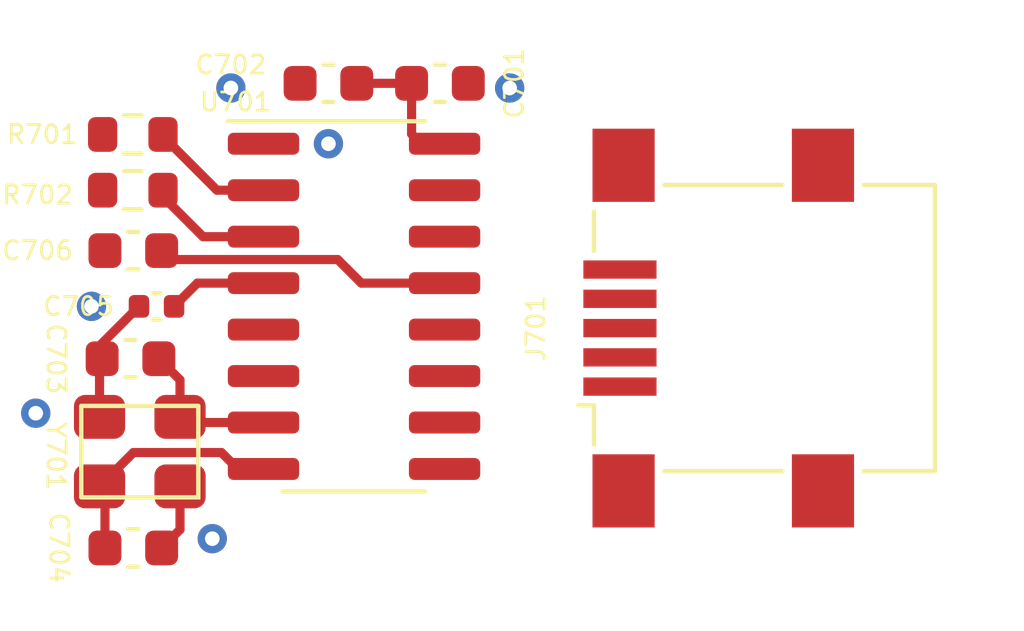
<source format=kicad_pcb>
(kicad_pcb (version 20221018) (generator pcbnew)
  (layers (0 "F.Cu" signal) (31 "B.Cu" signal) (34 "B.Paste" user) (35 "F.Paste" user) (36 "B.SilkS" user "B.Silkscreen") (37 "F.SilkS" user "F.Silkscreen") (38 "B.Mask" user) (39 "F.Mask" user) (44 "Edge.Cuts" user))
  (net 0 "")
  (net 1 "/5V")
  (net 2 "/GND")
  (net 3 "/RESET")
  (net 4 "Net-(J701-D-)")
  (net 5 "Net-(J701-D+)")
  (net 7 "/Rx")
  (net 8 "/Tx")
  (net 9 "Net-(U701-XI)")
  (net 10 "Net-(U701-XO)")
  (net 11 "Net-(U701-V3)")
  (net 12 "Net-(U701-~{DTR})")
  (net 13 "Net-(U701-TXD)")
  (net 14 "Net-(U701-RXD)")
  (footprint "custom_kicad_lib_sk:crystal_arduino" (layer "F.Cu") (at 80.391 93.853 180)
    (fp_text reference "Y701" (at 2.236 0.093 270 unlocked) (layer "F.SilkS") (effects (font (size 0.5 0.5) (thickness 0.075))))
    (fp_text value "Crystal")
    (fp_rect (start -1.65 -1.03) (end 1.55 1.47) (stroke (width 0.12)) (fill none) (layer "F.SilkS"))
    (pad "1" smd roundrect (at -1.15 1.17 180) (size 1.4 1.2) (layers "F.Cu" "F.Paste" "F.Mask") (net 9 "Net-(U701-XI)"))
    (pad "2" smd roundrect (at 1.05 1.17 180) (size 1.4 1.2) (layers "F.Cu" "F.Paste" "F.Mask") (net 2 "/GND"))
    (pad "3" smd roundrect (at 1.05 -0.73 180) (size 1.4 1.2) (layers "F.Cu" "F.Paste" "F.Mask") (net 10 "Net-(U701-XO)"))
    (pad "4" smd roundrect (at -1.15 -0.73 180) (size 1.4 1.2) (layers "F.Cu" "F.Paste" "F.Mask") (net 2 "/GND"))
  )
  (footprint "Capacitor_SMD:C_0603_1608Metric" (layer "F.Cu") (at 85.598 83.566 180)
    (fp_text reference "C702" (at 2.667 0.508 unlocked) (layer "F.SilkS") (effects (font (size 0.5 0.5) (thickness 0.075))))
    (fp_text value "100nF")
    (fp_line (start -0.14058 -0.51) (end 0.14058 -0.51) (stroke (width 0.12)) (layer "F.SilkS"))
    (fp_line (start -0.14058 0.51) (end 0.14058 0.51) (stroke (width 0.12)) (layer "F.SilkS"))
    (pad "1" smd roundrect (at -0.775 0 180) (size 0.9 0.95) (layers "F.Cu" "F.Paste" "F.Mask") (net 1 "/5V"))
    (pad "2" smd roundrect (at 0.775 0 180) (size 0.9 0.95) (layers "F.Cu" "F.Paste" "F.Mask") (net 2 "/GND"))
  )
  (footprint "Capacitor_SMD:C_0402_1005Metric" (layer "F.Cu") (at 80.899 89.662)
    (fp_text reference "C705" (at -2.131 0 unlocked) (layer "F.SilkS") (effects (font (size 0.5 0.5) (thickness 0.075))))
    (fp_text value "100nF")
    (fp_line (start -0.107836 -0.36) (end 0.107836 -0.36) (stroke (width 0.12)) (layer "F.SilkS"))
    (fp_line (start -0.107836 0.36) (end 0.107836 0.36) (stroke (width 0.12)) (layer "F.SilkS"))
    (pad "1" smd roundrect (at -0.48 0) (size 0.56 0.62) (layers "F.Cu" "F.Paste" "F.Mask") (net 2 "/GND"))
    (pad "2" smd roundrect (at 0.48 0) (size 0.56 0.62) (layers "F.Cu" "F.Paste" "F.Mask") (net 11 "Net-(U701-V3)"))
  )
  (footprint "Capacitor_SMD:C_0603_1608Metric" (layer "F.Cu") (at 80.264 88.138 180)
    (fp_text reference "C706" (at 2.617 0 unlocked) (layer "F.SilkS") (effects (font (size 0.5 0.5) (thickness 0.075))))
    (fp_text value "100nF")
    (fp_line (start -0.14058 -0.51) (end 0.14058 -0.51) (stroke (width 0.12)) (layer "F.SilkS"))
    (fp_line (start -0.14058 0.51) (end 0.14058 0.51) (stroke (width 0.12)) (layer "F.SilkS"))
    (pad "1" smd roundrect (at -0.775 0 180) (size 0.9 0.95) (layers "F.Cu" "F.Paste" "F.Mask") (net 12 "Net-(U701-~{DTR})"))
    (pad "2" smd roundrect (at 0.775 0 180) (size 0.9 0.95) (layers "F.Cu" "F.Paste" "F.Mask") (net 3 "/RESET"))
  )
  (footprint "Capacitor_SMD:C_0603_1608Metric" (layer "F.Cu") (at 80.187 91.093 180)
    (fp_text reference "C703" (at 2.032 0 270 unlocked) (layer "F.SilkS") (effects (font (size 0.5 0.5) (thickness 0.075))))
    (fp_text value "22pF")
    (fp_line (start -0.14058 -0.51) (end 0.14058 -0.51) (stroke (width 0.12)) (layer "F.SilkS"))
    (fp_line (start -0.14058 0.51) (end 0.14058 0.51) (stroke (width 0.12)) (layer "F.SilkS"))
    (pad "1" smd roundrect (at -0.775 0 180) (size 0.9 0.95) (layers "F.Cu" "F.Paste" "F.Mask") (net 9 "Net-(U701-XI)"))
    (pad "2" smd roundrect (at 0.775 0 180) (size 0.9 0.95) (layers "F.Cu" "F.Paste" "F.Mask") (net 2 "/GND"))
  )
  (footprint "Connector_USB:USB_Mini-B_Lumberg_2486_01_Horizontal" (layer "F.Cu") (at 96.266 90.256 90)
    (fp_text reference "J701" (at 0 -5 90 unlocked) (layer "F.SilkS") (effects (font (size 0.5 0.5) (thickness 0.075))))
    (fp_text value "USB_B_Mini")
    (fp_line (start -3.91 1.74) (end -3.91 -1.49) (stroke (width 0.12)) (layer "F.SilkS"))
    (fp_line (start -3.91 5.91) (end -3.91 3.96) (stroke (width 0.12)) (layer "F.SilkS"))
    (fp_line (start -3.19 -3.41) (end -2.11 -3.41) (stroke (width 0.12)) (layer "F.SilkS"))
    (fp_line (start -2.11 -3.41) (end -2.11 -3.84) (stroke (width 0.12)) (layer "F.SilkS"))
    (fp_line (start 2.11 -3.41) (end 3.19 -3.41) (stroke (width 0.12)) (layer "F.SilkS"))
    (fp_line (start 3.91 1.74) (end 3.91 -1.49) (stroke (width 0.12)) (layer "F.SilkS"))
    (fp_line (start 3.91 5.91) (end -3.91 5.91) (stroke (width 0.12)) (layer "F.SilkS"))
    (fp_line (start 3.91 5.91) (end 3.91 3.96) (stroke (width 0.12)) (layer "F.SilkS"))
    (pad "" np_thru_hole circle (at -2.2 0 90) (size 1 1) (drill 1) (layers "*.Cu" "*.Mask"))
    (pad "" np_thru_hole circle (at 2.2 0 90) (size 1 1) (drill 1) (layers "*.Cu" "*.Mask"))
    (pad "1" smd rect (at -1.6 -2.7 90) (size 0.5 2) (layers "F.Cu" "F.Paste" "F.Mask") (net 1 "/5V"))
    (pad "2" smd rect (at -0.8 -2.7 90) (size 0.5 2) (layers "F.Cu" "F.Paste" "F.Mask") (net 4 "Net-(J701-D-)"))
    (pad "3" smd rect (at 0 -2.7 90) (size 0.5 2) (layers "F.Cu" "F.Paste" "F.Mask") (net 5 "Net-(J701-D+)"))
    (pad "4" smd rect (at 0.8 -2.7 90) (size 0.5 2) (layers "F.Cu" "F.Paste" "F.Mask"))
    (pad "5" smd rect (at 1.6 -2.7 90) (size 0.5 2) (layers "F.Cu" "F.Paste" "F.Mask") (net 2 "/GND"))
    (pad "6" smd rect (at -4.45 -2.6 90) (size 2 1.7) (layers "F.Cu" "F.Paste" "F.Mask") (net 2 "/GND"))
    (pad "6" smd rect (at -4.45 2.85 90) (size 2 1.7) (layers "F.Cu" "F.Paste" "F.Mask") (net 2 "/GND"))
    (pad "6" smd rect (at 4.45 -2.6 90) (size 2 1.7) (layers "F.Cu" "F.Paste" "F.Mask") (net 2 "/GND"))
    (pad "6" smd rect (at 4.45 2.85 90) (size 2 1.7) (layers "F.Cu" "F.Paste" "F.Mask") (net 2 "/GND"))
  )
  (footprint "Capacitor_SMD:C_0603_1608Metric" (layer "F.Cu") (at 88.646 83.566)
    (fp_text reference "C701" (at 2.032 0 90 unlocked) (layer "F.SilkS") (effects (font (size 0.5 0.5) (thickness 0.075))))
    (fp_text value "10uF")
    (fp_line (start -0.14058 -0.51) (end 0.14058 -0.51) (stroke (width 0.12)) (layer "F.SilkS"))
    (fp_line (start -0.14058 0.51) (end 0.14058 0.51) (stroke (width 0.12)) (layer "F.SilkS"))
    (pad "1" smd roundrect (at -0.775 0) (size 0.9 0.95) (layers "F.Cu" "F.Paste" "F.Mask") (net 1 "/5V"))
    (pad "2" smd roundrect (at 0.775 0) (size 0.9 0.95) (layers "F.Cu" "F.Paste" "F.Mask") (net 2 "/GND"))
  )
  (footprint "Resistor_SMD:R_0603_1608Metric" (layer "F.Cu") (at 80.251 86.487)
    (fp_text reference "R702" (at -2.604 0.127 unlocked) (layer "F.SilkS") (effects (font (size 0.5 0.5) (thickness 0.075))))
    (fp_text value "1k")
    (fp_line (start -0.237258 -0.5225) (end 0.237258 -0.5225) (stroke (width 0.12)) (layer "F.SilkS"))
    (fp_line (start -0.237258 0.5225) (end 0.237258 0.5225) (stroke (width 0.12)) (layer "F.SilkS"))
    (pad "1" smd roundrect (at -0.825 0) (size 0.8 0.95) (layers "F.Cu" "F.Paste" "F.Mask") (net 8 "/Tx"))
    (pad "2" smd roundrect (at 0.825 0) (size 0.8 0.95) (layers "F.Cu" "F.Paste" "F.Mask") (net 14 "Net-(U701-RXD)"))
  )
  (footprint "Resistor_SMD:R_0603_1608Metric" (layer "F.Cu") (at 80.251 84.963 180)
    (fp_text reference "R701" (at 2.477 0 unlocked) (layer "F.SilkS") (effects (font (size 0.5 0.5) (thickness 0.075))))
    (fp_text value "1k")
    (fp_line (start -0.237258 -0.5225) (end 0.237258 -0.5225) (stroke (width 0.12)) (layer "F.SilkS"))
    (fp_line (start -0.237258 0.5225) (end 0.237258 0.5225) (stroke (width 0.12)) (layer "F.SilkS"))
    (pad "1" smd roundrect (at -0.825 0 180) (size 0.8 0.95) (layers "F.Cu" "F.Paste" "F.Mask") (net 13 "Net-(U701-TXD)"))
    (pad "2" smd roundrect (at 0.825 0 180) (size 0.8 0.95) (layers "F.Cu" "F.Paste" "F.Mask") (net 7 "/Rx"))
  )
  (footprint "Package_SO:SOIC-16_3.9x9.9mm_P1.27mm" (layer "F.Cu") (at 86.298 89.662)
    (fp_text reference "U701" (at -3.24 -5.588 unlocked) (layer "F.SilkS") (effects (font (size 0.5 0.5) (thickness 0.075))))
    (fp_text value "CH340G")
    (fp_line (start 0 -5.06) (end -3.45 -5.06) (stroke (width 0.12)) (layer "F.SilkS"))
    (fp_line (start 0 -5.06) (end 1.95 -5.06) (stroke (width 0.12)) (layer "F.SilkS"))
    (fp_line (start 0 5.06) (end -1.95 5.06) (stroke (width 0.12)) (layer "F.SilkS"))
    (fp_line (start 0 5.06) (end 1.95 5.06) (stroke (width 0.12)) (layer "F.SilkS"))
    (pad "1" smd roundrect (at -2.475 -4.445) (size 1.95 0.6) (layers "F.Cu" "F.Paste" "F.Mask") (net 2 "/GND"))
    (pad "2" smd roundrect (at -2.475 -3.175) (size 1.95 0.6) (layers "F.Cu" "F.Paste" "F.Mask") (net 13 "Net-(U701-TXD)"))
    (pad "3" smd roundrect (at -2.475 -1.905) (size 1.95 0.6) (layers "F.Cu" "F.Paste" "F.Mask") (net 14 "Net-(U701-RXD)"))
    (pad "4" smd roundrect (at -2.475 -0.635) (size 1.95 0.6) (layers "F.Cu" "F.Paste" "F.Mask") (net 11 "Net-(U701-V3)"))
    (pad "5" smd roundrect (at -2.475 0.635) (size 1.95 0.6) (layers "F.Cu" "F.Paste" "F.Mask") (net 5 "Net-(J701-D+)"))
    (pad "6" smd roundrect (at -2.475 1.905) (size 1.95 0.6) (layers "F.Cu" "F.Paste" "F.Mask") (net 4 "Net-(J701-D-)"))
    (pad "7" smd roundrect (at -2.475 3.175) (size 1.95 0.6) (layers "F.Cu" "F.Paste" "F.Mask") (net 9 "Net-(U701-XI)"))
    (pad "8" smd roundrect (at -2.475 4.445) (size 1.95 0.6) (layers "F.Cu" "F.Paste" "F.Mask") (net 10 "Net-(U701-XO)"))
    (pad "9" smd roundrect (at 2.475 4.445) (size 1.95 0.6) (layers "F.Cu" "F.Paste" "F.Mask"))
    (pad "10" smd roundrect (at 2.475 3.175) (size 1.95 0.6) (layers "F.Cu" "F.Paste" "F.Mask"))
    (pad "11" smd roundrect (at 2.475 1.905) (size 1.95 0.6) (layers "F.Cu" "F.Paste" "F.Mask"))
    (pad "12" smd roundrect (at 2.475 0.635) (size 1.95 0.6) (layers "F.Cu" "F.Paste" "F.Mask"))
    (pad "13" smd roundrect (at 2.475 -0.635) (size 1.95 0.6) (layers "F.Cu" "F.Paste" "F.Mask") (net 12 "Net-(U701-~{DTR})"))
    (pad "14" smd roundrect (at 2.475 -1.905) (size 1.95 0.6) (layers "F.Cu" "F.Paste" "F.Mask"))
    (pad "15" smd roundrect (at 2.475 -3.175) (size 1.95 0.6) (layers "F.Cu" "F.Paste" "F.Mask"))
    (pad "16" smd roundrect (at 2.475 -4.445) (size 1.95 0.6) (layers "F.Cu" "F.Paste" "F.Mask") (net 1 "/5V"))
  )
  (footprint "Capacitor_SMD:C_0603_1608Metric" (layer "F.Cu") (at 80.264 96.266)
    (fp_text reference "C704" (at -2.032 0 -90 unlocked) (layer "F.SilkS") (effects (font (size 0.5 0.5) (thickness 0.075))))
    (fp_text value "22pF")
    (fp_line (start -0.14058 -0.51) (end 0.14058 -0.51) (stroke (width 0.12)) (layer "F.SilkS"))
    (fp_line (start -0.14058 0.51) (end 0.14058 0.51) (stroke (width 0.12)) (layer "F.SilkS"))
    (pad "1" smd roundrect (at -0.775 0) (size 0.9 0.95) (layers "F.Cu" "F.Paste" "F.Mask") (net 10 "Net-(U701-XO)"))
    (pad "2" smd roundrect (at 0.775 0) (size 0.9 0.95) (layers "F.Cu" "F.Paste" "F.Mask") (net 2 "/GND"))
  )
  (via (at 82.423 96.012) (size 0.8) (drill 0.4) (layers "F.Cu" "B.Cu") (net 0))
  (via (at 90.551 83.693) (size 0.8) (drill 0.4) (layers "F.Cu" "B.Cu") (net 0))
  (via (at 85.598 85.217) (size 0.8) (drill 0.4) (layers "F.Cu" "B.Cu") (net 0))
  (via (at 79.121 89.662) (size 0.8) (drill 0.4) (layers "F.Cu" "B.Cu") (net 0))
  (via (at 77.597 92.583) (size 0.8) (drill 0.4) (layers "F.Cu" "B.Cu") (net 0))
  (segment (start 88.773 85.217) (end 88.138 85.217) (width 0.25) (layer "F.Cu") (net 1))
  (segment (start 88.138 85.217) (end 87.871 84.95) (width 0.25) (layer "F.Cu") (net 1))
  (segment (start 86.373 83.566) (end 87.871 83.566) (width 0.25) (layer "F.Cu") (net 1))
  (segment (start 87.871 84.95) (end 87.871 83.566) (width 0.25) (layer "F.Cu") (net 1))
  (segment (start 79.341 92.683) (end 79.341 90.74) (width 0.25) (layer "F.Cu") (net 2))
  (segment (start 81.541 94.583) (end 81.541 95.764) (width 0.25) (layer "F.Cu") (net 2))
  (segment (start 79.341 90.74) (end 80.419 89.662) (width 0.25) (layer "F.Cu") (net 2))
  (segment (start 81.541 95.764) (end 81.039 96.266) (width 0.25) (layer "F.Cu") (net 2))
  (via (at 82.931 83.693) (size 0.8) (drill 0.4) (layers "F.Cu" "B.Cu") (net 2))
  (segment (start 81.695 92.837) (end 81.541 92.683) (width 0.25) (layer "F.Cu") (net 9))
  (segment (start 81.541 92.683) (end 81.541 91.672) (width 0.25) (layer "F.Cu") (net 9))
  (segment (start 84.204 92.837) (end 81.695 92.837) (width 0.25) (layer "F.Cu") (net 9))
  (segment (start 81.541 91.672) (end 80.962 91.093) (width 0.25) (layer "F.Cu") (net 9))
  (segment (start 79.489 96.266) (end 79.489 94.731) (width 0.25) (layer "F.Cu") (net 10))
  (segment (start 80.266 93.658) (end 79.341 94.583) (width 0.25) (layer "F.Cu") (net 10))
  (segment (start 83.823 94.107) (end 83.123 94.107) (width 0.25) (layer "F.Cu") (net 10))
  (segment (start 79.489 94.731) (end 79.341 94.583) (width 0.25) (layer "F.Cu") (net 10))
  (segment (start 80.266 93.658) (end 82.674 93.658) (width 0.25) (layer "F.Cu") (net 10))
  (segment (start 83.123 94.107) (end 82.674 93.658) (width 0.25) (layer "F.Cu") (net 10))
  (segment (start 82.014 89.027) (end 81.379 89.662) (width 0.25) (layer "F.Cu") (net 11))
  (segment (start 83.823 89.027) (end 82.014 89.027) (width 0.25) (layer "F.Cu") (net 11))
  (segment (start 88.773 89.027) (end 86.497 89.027) (width 0.25) (layer "F.Cu") (net 12))
  (segment (start 81.283 88.382) (end 85.852 88.382) (width 0.25) (layer "F.Cu") (net 12))
  (segment (start 86.497 89.027) (end 85.852 88.382) (width 0.25) (layer "F.Cu") (net 12))
  (segment (start 81.039 88.138) (end 81.283 88.382) (width 0.25) (layer "F.Cu") (net 12))
  (segment (start 81.076 85.013) (end 82.55 86.487) (width 0.25) (layer "F.Cu") (net 13))
  (segment (start 82.55 86.487) (end 83.823 86.487) (width 0.25) (layer "F.Cu") (net 13))
  (segment (start 81.076 84.963) (end 81.076 85.013) (width 0.25) (layer "F.Cu") (net 13))
  (segment (start 82.169 87.757) (end 83.823 87.757) (width 0.25) (layer "F.Cu") (net 14))
  (segment (start 81.076 86.664) (end 82.169 87.757) (width 0.25) (layer "F.Cu") (net 14))
  (segment (start 81.076 86.487) (end 81.076 86.664) (width 0.25) (layer "F.Cu") (net 14))
)
</source>
